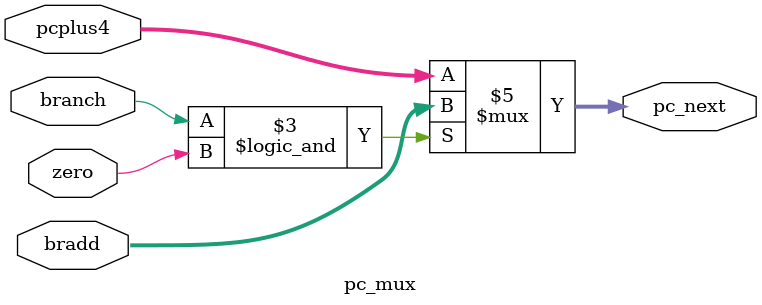
<source format=v>
module pc_mux(branch, zero, pcplus4, bradd, pc_next);
	input branch, zero;
	input[31:0] pcplus4, bradd;
	output reg [31:0] pc_next;

	always @(*)
	begin
		if(branch && (zero == 1))
			pc_next <= bradd;
		else
			pc_next <= pcplus4;
	end
endmodule
</source>
